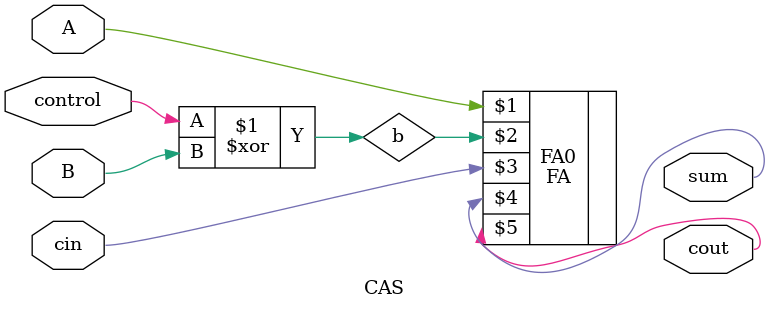
<source format=v>
module CAS (control, A, B, cin, sum, cout);
input control, A, B, cin;
output sum, cout;
wire b;

xor xor0 (b, control, B);
FA FA0 (A, b, cin, sum, cout);
endmodule

</source>
